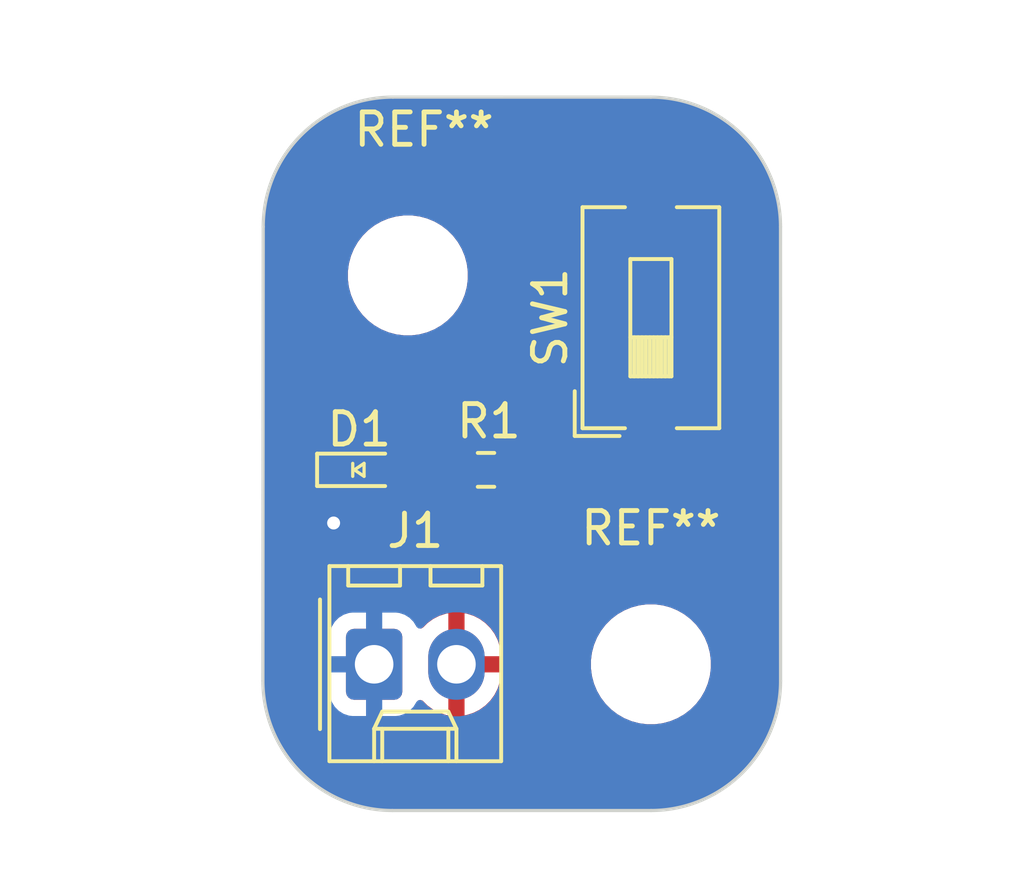
<source format=kicad_pcb>
(kicad_pcb (version 20240108) (generator "pcbnew") (generator_version "8.0")
  (title_block (title "LED Project") (date "2024-09-17") (rev "1.0") (company "Illini Solar Car") (comment 1 "Designed By: Angela Huang"))
  (layers (0 "F.Cu" signal) (31 "B.Cu" signal) (34 "B.Paste" user) (35 "F.Paste" user) (36 "B.SilkS" user "B.Silkscreen") (37 "F.SilkS" user "F.Silkscreen") (38 "B.Mask" user) (39 "F.Mask" user) (44 "Edge.Cuts" user))
  (net 0 "")
  (net 1 "GND")
  (net 2 "Net-(D1-A)")
  (net 3 "+3V3")
  (net 4 "Net-(R1-Pad1)")
  (footprint "MountingHole:MountingHole_3.2mm_M3" (layer "F.Cu") (at 119.5 87.5)
    (property "Reference" "REF**" (at 0.5 -4.5 0) (layer "F.SilkS"))
    (property "Value" "MountingHole_3.2mm_M3")
    (pad "" np_thru_hole circle (at 0 0) (size 3.2 3.2) (drill 3.2) (layers "*.Cu" "*.Mask"))
  )
  (footprint "layout:LED_0603_Symbol_on_F.SilkS" (layer "F.Cu") (at 118 93.5)
    (property "Reference" "D1" (at 0 -1.25 0) (layer "F.SilkS"))
    (property "Value" "LED_RED")
    (fp_line (start -1.3 -0.5) (end -1.3 0.5) (stroke (width 0.12)) (layer "F.SilkS"))
    (fp_line (start -1.3 -0.5) (end 0.8 -0.5) (stroke (width 0.12)) (layer "F.SilkS"))
    (fp_line (start -1.3 0.5) (end 0.8 0.5) (stroke (width 0.12)) (layer "F.SilkS"))
    (fp_line (start -0.2 -0.2) (end -0.2 0.2) (stroke (width 0.1)) (layer "F.SilkS"))
    (fp_line (start -0.15 0) (end 0.15 -0.2) (stroke (width 0.1)) (layer "F.SilkS"))
    (fp_line (start 0.15 -0.2) (end 0.15 0.2) (stroke (width 0.1)) (layer "F.SilkS"))
    (fp_line (start 0.15 0.2) (end -0.15 0) (stroke (width 0.1)) (layer "F.SilkS"))
    (pad "1" smd rect (at -0.8 0 180) (size 0.8 0.8) (layers "F.Cu" "F.Paste" "F.Mask") (net 1 "GND"))
    (pad "2" smd rect (at 0.8 0 180) (size 0.8 0.8) (layers "F.Cu" "F.Paste" "F.Mask") (net 2 "Net-(D1-A)"))
  )
  (footprint "Resistor_SMD:R_0603_1608Metric_Pad0.98x0.95mm_HandSolder" (layer "F.Cu") (at 121.9125 93.5 180)
    (property "Reference" "R1" (at -0.0875 1.5 360) (layer "F.SilkS"))
    (property "Value" "105")
    (fp_line (start -0.254724 0.5225) (end 0.254724 0.5225) (stroke (width 0.12)) (layer "F.SilkS"))
    (fp_line (start -0.254724 -0.5225) (end 0.254724 -0.5225) (stroke (width 0.12)) (layer "F.SilkS"))
    (pad "1" smd roundrect (at -0.9125 0 180) (size 0.975 0.95) (layers "F.Cu" "F.Paste" "F.Mask") (net 4 "Net-(R1-Pad1)"))
    (pad "2" smd roundrect (at 0.9125 0 180) (size 0.975 0.95) (layers "F.Cu" "F.Paste" "F.Mask") (net 2 "Net-(D1-A)"))
  )
  (footprint "MountingHole:MountingHole_3.2mm_M3" (layer "F.Cu") (at 127 99.5)
    (property "Reference" "REF**" (at 0 -4.2 0) (layer "F.SilkS"))
    (property "Value" "MountingHole_3.2mm_M3")
    (pad "" np_thru_hole circle (at 0 0) (size 3.2 3.2) (drill 3.2) (layers "*.Cu" "*.Mask"))
  )
  (footprint "Button_Switch_SMD:SW_DIP_SPSTx01_Slide_6.7x4.1mm_W8.61mm_P2.54mm_LowProfile" (layer "F.Cu") (at 127 88.805 90)
    (property "Reference" "SW1" (at 0 -3.11 90) (layer "F.SilkS"))
    (property "Value" "SW_Push")
    (fp_line (start -3.65 -2.35) (end -2.267 -2.35) (stroke (width 0.12)) (layer "F.SilkS"))
    (fp_line (start -3.65 -2.35) (end -3.65 -0.967) (stroke (width 0.12)) (layer "F.SilkS"))
    (fp_line (start 3.41 -2.11) (end 3.41 -0.8) (stroke (width 0.12)) (layer "F.SilkS"))
    (fp_line (start -3.41 -2.11) (end 3.41 -2.11) (stroke (width 0.12)) (layer "F.SilkS"))
    (fp_line (start -3.41 -2.11) (end -3.41 -0.8) (stroke (width 0.12)) (layer "F.SilkS"))
    (fp_line (start 1.81 -0.635) (end -1.81 -0.635) (stroke (width 0.12)) (layer "F.SilkS"))
    (fp_line (start -0.603333 -0.635) (end -0.603333 0.635) (stroke (width 0.12)) (layer "F.SilkS"))
    (fp_line (start -1.81 -0.635) (end -1.81 0.635) (stroke (width 0.12)) (layer "F.SilkS"))
    (fp_line (start -1.81 -0.515) (end -0.603333 -0.515) (stroke (width 0.12)) (layer "F.SilkS"))
    (fp_line (start -1.81 -0.395) (end -0.603333 -0.395) (stroke (width 0.12)) (layer "F.SilkS"))
    (fp_line (start -1.81 -0.275) (end -0.603333 -0.275) (stroke (width 0.12)) (layer "F.SilkS"))
    (fp_line (start -1.81 -0.155) (end -0.603333 -0.155) (stroke (width 0.12)) (layer "F.SilkS"))
    (fp_line (start -1.81 -0.035) (end -0.603333 -0.035) (stroke (width 0.12)) (layer "F.SilkS"))
    (fp_line (start -1.81 0.085) (end -0.603333 0.085) (stroke (width 0.12)) (layer "F.SilkS"))
    (fp_line (start -1.81 0.205) (end -0.603333 0.205) (stroke (width 0.12)) (layer "F.SilkS"))
    (fp_line (start -1.81 0.325) (end -0.603333 0.325) (stroke (width 0.12)) (layer "F.SilkS"))
    (fp_line (start -1.81 0.445) (end -0.603333 0.445) (stroke (width 0.12)) (layer "F.SilkS"))
    (fp_line (start -1.81 0.565) (end -0.603333 0.565) (stroke (width 0.12)) (layer "F.SilkS"))
    (fp_line (start 1.81 0.635) (end 1.81 -0.635) (stroke (width 0.12)) (layer "F.SilkS"))
    (fp_line (start -1.81 0.635) (end 1.81 0.635) (stroke (width 0.12)) (layer "F.SilkS"))
    (fp_line (start 3.41 0.8) (end 3.41 2.11) (stroke (width 0.12)) (layer "F.SilkS"))
    (fp_line (start -3.41 0.8) (end -3.41 2.11) (stroke (width 0.12)) (layer "F.SilkS"))
    (fp_line (start -3.41 2.11) (end 3.41 2.11) (stroke (width 0.12)) (layer "F.SilkS"))
    (pad "1" smd rect (at -4.305 0 90) (size 2.44 1.12) (layers "F.Cu" "F.Paste" "F.Mask") (net 3 "+3V3"))
    (pad "2" smd rect (at 4.305 0 90) (size 2.44 1.12) (layers "F.Cu" "F.Paste" "F.Mask") (net 4 "Net-(R1-Pad1)"))
  )
  (footprint "Connector_Molex:Molex_KK-254_AE-6410-02A_1x02_P2.54mm_Vertical" (layer "F.Cu") (at 118.46 99.5)
    (property "Reference" "J1" (at 1.27 -4.12 0) (layer "F.SilkS"))
    (property "Value" "Conn_01x02")
    (fp_line (start -1.67 -2) (end -1.67 2) (stroke (width 0.12)) (layer "F.SilkS"))
    (fp_line (start -1.38 -3.03) (end -1.38 2.99) (stroke (width 0.12)) (layer "F.SilkS"))
    (fp_line (start -1.38 2.99) (end 3.92 2.99) (stroke (width 0.12)) (layer "F.SilkS"))
    (fp_line (start -0.8 -3.03) (end -0.8 -2.43) (stroke (width 0.12)) (layer "F.SilkS"))
    (fp_line (start -0.8 -2.43) (end 0.8 -2.43) (stroke (width 0.12)) (layer "F.SilkS"))
    (fp_line (start 0 1.99) (end 0.25 1.46) (stroke (width 0.12)) (layer "F.SilkS"))
    (fp_line (start 0 1.99) (end 2.54 1.99) (stroke (width 0.12)) (layer "F.SilkS"))
    (fp_line (start 0 2.99) (end 0 1.99) (stroke (width 0.12)) (layer "F.SilkS"))
    (fp_line (start 0.25 1.46) (end 2.29 1.46) (stroke (width 0.12)) (layer "F.SilkS"))
    (fp_line (start 0.25 2.99) (end 0.25 1.99) (stroke (width 0.12)) (layer "F.SilkS"))
    (fp_line (start 0.8 -2.43) (end 0.8 -3.03) (stroke (width 0.12)) (layer "F.SilkS"))
    (fp_line (start 1.74 -3.03) (end 1.74 -2.43) (stroke (width 0.12)) (layer "F.SilkS"))
    (fp_line (start 1.74 -2.43) (end 3.34 -2.43) (stroke (width 0.12)) (layer "F.SilkS"))
    (fp_line (start 2.29 1.46) (end 2.54 1.99) (stroke (width 0.12)) (layer "F.SilkS"))
    (fp_line (start 2.29 2.99) (end 2.29 1.99) (stroke (width 0.12)) (layer "F.SilkS"))
    (fp_line (start 2.54 1.99) (end 2.54 2.99) (stroke (width 0.12)) (layer "F.SilkS"))
    (fp_line (start 3.34 -2.43) (end 3.34 -3.03) (stroke (width 0.12)) (layer "F.SilkS"))
    (fp_line (start 3.92 -3.03) (end -1.38 -3.03) (stroke (width 0.12)) (layer "F.SilkS"))
    (fp_line (start 3.92 2.99) (end 3.92 -3.03) (stroke (width 0.12)) (layer "F.SilkS"))
    (pad "1" thru_hole roundrect (at 0 0) (size 1.74 2.19) (drill 1.19) (layers "*.Cu" "*.Mask") (roundrect_rratio 0.143678) (net 1 "GND"))
    (pad "2" thru_hole oval (at 2.54 0) (size 1.74 2.19) (drill 1.19) (layers "*.Cu" "*.Mask") (net 3 "+3V3"))
  )
  (gr_arc (start 127 82) (mid 129.828427 83.171573) (end 131 86) (stroke (width 0.1)) (layer "Edge.Cuts"))
  (gr_line (start 131 86) (end 131.001573 100.011573) (stroke (width 0.1)) (layer "Edge.Cuts"))
  (gr_arc (start 119.028427 104.011573) (mid 116.2 102.84) (end 115.028427 100.011573) (stroke (width 0.1)) (layer "Edge.Cuts"))
  (gr_line (start 119.028427 104.011573) (end 127.001573 104.011573) (stroke (width 0.1)) (layer "Edge.Cuts"))
  (gr_line (start 115.038427 85.998427) (end 115.028427 100.011573) (stroke (width 0.1)) (layer "Edge.Cuts"))
  (gr_line (start 119.038427 81.998427) (end 127 82) (stroke (width 0.1)) (layer "Edge.Cuts"))
  (gr_arc (start 131.001573 100.011573) (mid 129.83 102.84) (end 127.001573 104.011573) (stroke (width 0.1)) (layer "Edge.Cuts"))
  (gr_arc (start 115.038427 85.998427) (mid 116.21 83.17) (end 119.038427 81.998427) (stroke (width 0.1)) (layer "Edge.Cuts"))
  (segment (start 117.2 93.5) (end 117.2 95.13) (width 0.25) (layer "F.Cu") (net 1))
  (segment (start 117.2 95.13) (end 117.21 95.14) (width 0.25) (layer "F.Cu") (net 1))
  (via (at 117.21 95.14) (size 0.8) (drill 0.4) (layers "F.Cu" "B.Cu") (net 1))
  (segment (start 121 93.5) (end 118.8 93.5) (width 0.25) (layer "F.Cu") (net 2))
  (segment (start 123.5 86.5) (end 123.5 90) (width 0.25) (layer "F.Cu") (net 4))
  (segment (start 122.825 90.675) (end 122.825 93.5) (width 0.25) (layer "F.Cu") (net 4))
  (segment (start 123.5 90) (end 122.825 90.675) (width 0.25) (layer "F.Cu") (net 4))
  (segment (start 125.5 84.5) (end 123.5 86.5) (width 0.25) (layer "F.Cu") (net 4))
  (segment (start 127 84.5) (end 125.5 84.5) (width 0.25) (layer "F.Cu") (net 4))
  (zone (net 3) (net_name "+3V3") (layer "F.Cu") (connect_pads (clearance 0.508)) (min_thickness 0.25) (fill yes (thermal_gap 0.5) (thermal_bridge_width 0.5))
    (polygon (pts (xy 115 82) (xy 131 82) (xy 131 104) (xy 115 104)))
  )
  (zone (net 1) (net_name "GND") (layer "B.Cu") (priority 1) (connect_pads (clearance 0.508)) (min_thickness 0.25) (fill yes (thermal_gap 0.5) (thermal_bridge_width 0.5))
    (polygon (pts (xy 115 82) (xy 131 82) (xy 131 104) (xy 115 104)))
  )
)
</source>
